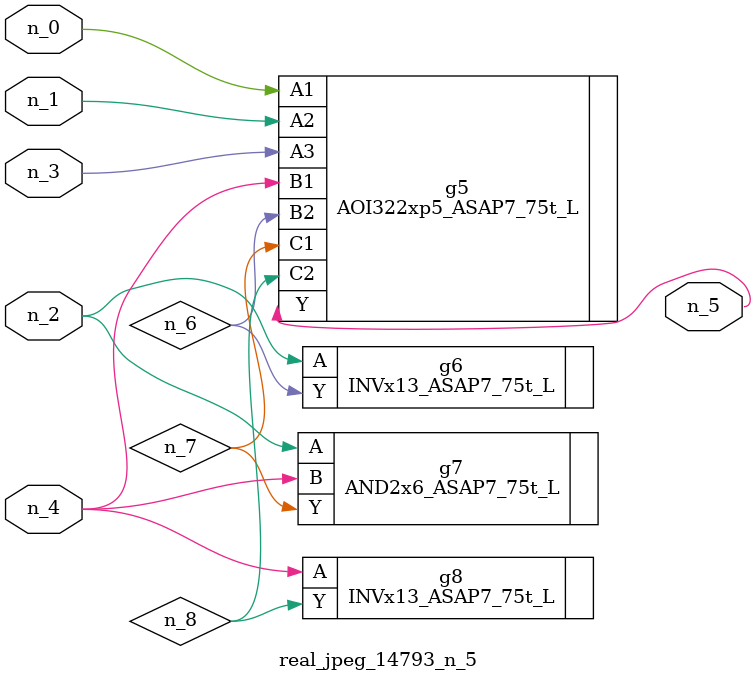
<source format=v>
module real_jpeg_14793_n_5 (n_4, n_0, n_1, n_2, n_3, n_5);

input n_4;
input n_0;
input n_1;
input n_2;
input n_3;

output n_5;

wire n_8;
wire n_6;
wire n_7;

AOI322xp5_ASAP7_75t_L g5 ( 
.A1(n_0),
.A2(n_1),
.A3(n_3),
.B1(n_4),
.B2(n_6),
.C1(n_7),
.C2(n_8),
.Y(n_5)
);

INVx13_ASAP7_75t_L g6 ( 
.A(n_2),
.Y(n_6)
);

AND2x6_ASAP7_75t_L g7 ( 
.A(n_2),
.B(n_4),
.Y(n_7)
);

INVx13_ASAP7_75t_L g8 ( 
.A(n_4),
.Y(n_8)
);


endmodule
</source>
